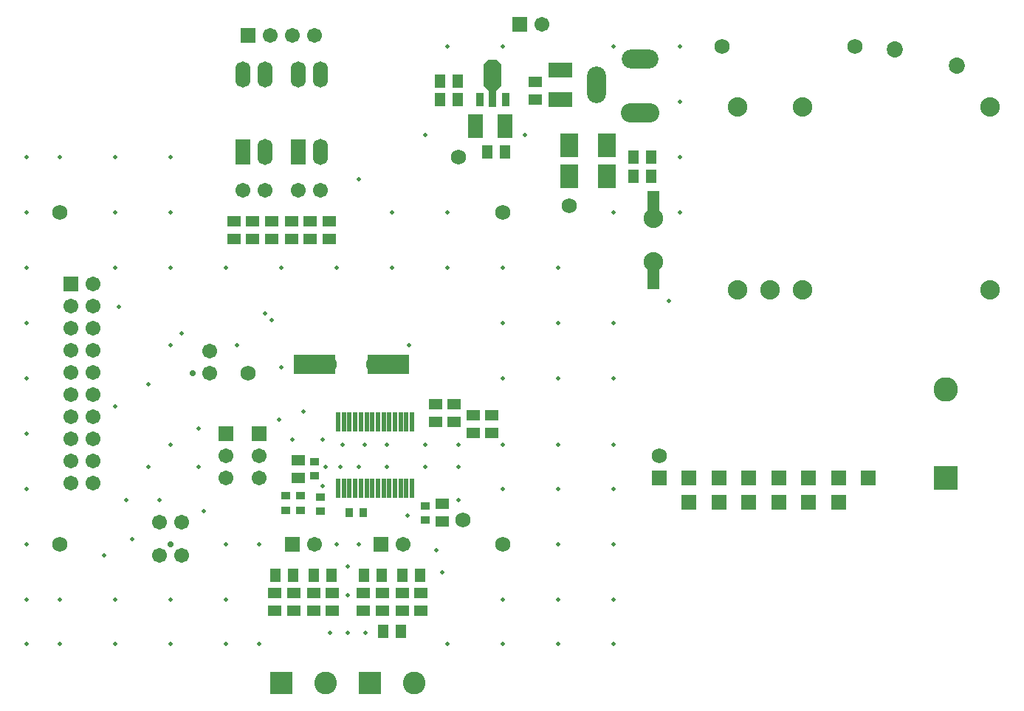
<source format=gts>
%FSLAX25Y25*%
%MOIN*%
G70*
G01*
G75*
G04 Layer_Color=8388736*
%ADD10R,0.04725X0.13779*%
%ADD11R,0.04725X0.13779*%
%ADD12R,0.06000X0.10000*%
%ADD13R,0.03500X0.03000*%
%ADD14R,0.05500X0.04000*%
%ADD15R,0.04000X0.05500*%
%ADD16R,0.06000X0.06000*%
%ADD17R,0.02756X0.05315*%
%ADD18R,0.02756X0.07087*%
G04:AMPARAMS|DCode=19|XSize=74.8mil|YSize=129.92mil|CornerRadius=0mil|HoleSize=0mil|Usage=FLASHONLY|Rotation=0.000|XOffset=0mil|YOffset=0mil|HoleType=Round|Shape=Octagon|*
%AMOCTAGOND19*
4,1,8,-0.01870,0.06496,0.01870,0.06496,0.03740,0.04626,0.03740,-0.04626,0.01870,-0.06496,-0.01870,-0.06496,-0.03740,-0.04626,-0.03740,0.04626,-0.01870,0.06496,0.0*
%
%ADD19OCTAGOND19*%

%ADD20R,0.01496X0.07874*%
%ADD21R,0.01496X0.07874*%
%ADD22O,0.06000X0.11024*%
%ADD23R,0.06000X0.11024*%
%ADD24R,0.17716X0.07874*%
%ADD25R,0.03000X0.03500*%
%ADD26R,0.10000X0.06000*%
%ADD27R,0.07500X0.10000*%
%ADD28C,0.04000*%
%ADD29C,0.01200*%
%ADD30C,0.02500*%
%ADD31C,0.02000*%
%ADD32C,0.01500*%
%ADD33C,0.05000*%
%ADD34C,0.03000*%
%ADD35C,0.08000*%
%ADD36C,0.05906*%
%ADD37R,0.05906X0.05906*%
%ADD38R,0.10236X0.10236*%
%ADD39C,0.10236*%
%ADD40R,0.05906X0.05906*%
%ADD41O,0.07874X0.15748*%
%ADD42O,0.15748X0.07874*%
%ADD43O,0.16535X0.07874*%
%ADD44C,0.06000*%
%ADD45R,0.05906X0.05906*%
%ADD46R,0.09449X0.09449*%
%ADD47C,0.09449*%
%ADD48C,0.06500*%
%ADD49C,0.02000*%
%ADD50R,0.05000X0.06000*%
%ADD51C,0.00100*%
%ADD52C,0.01000*%
%ADD53C,0.00800*%
%ADD54C,0.01600*%
%ADD55C,0.00787*%
%ADD56C,0.00600*%
%ADD57R,0.00400X0.05000*%
%ADD58R,0.05000X0.00400*%
%ADD59R,0.05525X0.14579*%
%ADD60R,0.05525X0.14579*%
%ADD61R,0.06800X0.10800*%
%ADD62R,0.04300X0.03800*%
%ADD63R,0.06300X0.04800*%
%ADD64R,0.04800X0.06300*%
%ADD65R,0.06800X0.06800*%
%ADD66R,0.03556X0.06115*%
%ADD67R,0.03556X0.07887*%
G04:AMPARAMS|DCode=68|XSize=82.8mil|YSize=137.92mil|CornerRadius=0mil|HoleSize=0mil|Usage=FLASHONLY|Rotation=0.000|XOffset=0mil|YOffset=0mil|HoleType=Round|Shape=Octagon|*
%AMOCTAGOND68*
4,1,8,-0.02070,0.06896,0.02070,0.06896,0.04140,0.04826,0.04140,-0.04826,0.02070,-0.06896,-0.02070,-0.06896,-0.04140,-0.04826,-0.04140,0.04826,-0.02070,0.06896,0.0*
%
%ADD68OCTAGOND68*%

%ADD69R,0.02296X0.08674*%
%ADD70R,0.02296X0.08674*%
%ADD71O,0.06800X0.11824*%
%ADD72R,0.06800X0.11824*%
%ADD73R,0.18517X0.08674*%
%ADD74R,0.03800X0.04300*%
%ADD75R,0.10800X0.06800*%
%ADD76R,0.08300X0.10800*%
%ADD77C,0.08800*%
%ADD78C,0.06706*%
%ADD79R,0.06706X0.06706*%
%ADD80R,0.11036X0.11036*%
%ADD81C,0.11036*%
%ADD82R,0.06706X0.06706*%
%ADD83O,0.08674X0.16548*%
%ADD84O,0.16548X0.08674*%
%ADD85O,0.17335X0.08674*%
%ADD86C,0.06800*%
%ADD87R,0.06706X0.06706*%
%ADD88R,0.10249X0.10249*%
%ADD89C,0.10249*%
%ADD90C,0.07300*%
%ADD91C,0.02800*%
D49*
X100000Y-125000D02*
D03*
X300000Y-140000D02*
D03*
X100000Y-275000D02*
D03*
X25000Y-295000D02*
D03*
Y-275000D02*
D03*
X50000Y-295000D02*
D03*
X75000D02*
D03*
X10000D02*
D03*
X100000D02*
D03*
X115000D02*
D03*
X87500Y-215000D02*
D03*
X70000Y-230000D02*
D03*
X55000D02*
D03*
X105000Y-160000D02*
D03*
X10000Y-275000D02*
D03*
Y-250000D02*
D03*
Y-225000D02*
D03*
Y-200000D02*
D03*
Y-175000D02*
D03*
Y-150000D02*
D03*
X143500Y-223500D02*
D03*
X135000Y-190000D02*
D03*
X130000Y-202500D02*
D03*
X75000Y-160000D02*
D03*
Y-275000D02*
D03*
X150000Y-125000D02*
D03*
X125000D02*
D03*
X75000D02*
D03*
Y-100000D02*
D03*
Y-75000D02*
D03*
X200000Y-25000D02*
D03*
X190000Y-65000D02*
D03*
X305000Y-100000D02*
D03*
Y-75000D02*
D03*
Y-50000D02*
D03*
Y-25000D02*
D03*
X235000Y-65000D02*
D03*
X275000Y-25000D02*
D03*
X225000D02*
D03*
X195000Y-252500D02*
D03*
X197500Y-262500D02*
D03*
X200000Y-295000D02*
D03*
X275000D02*
D03*
Y-275000D02*
D03*
Y-250000D02*
D03*
Y-225000D02*
D03*
X225000Y-295000D02*
D03*
Y-275000D02*
D03*
X250000Y-295000D02*
D03*
Y-250000D02*
D03*
Y-225000D02*
D03*
Y-175000D02*
D03*
X225000D02*
D03*
Y-150000D02*
D03*
X250000D02*
D03*
X175000Y-100000D02*
D03*
X160000Y-85000D02*
D03*
X250000Y-125000D02*
D03*
X225000D02*
D03*
X175000D02*
D03*
X200000D02*
D03*
Y-100000D02*
D03*
X50000Y-275000D02*
D03*
X45000Y-255000D02*
D03*
X50000Y-125000D02*
D03*
Y-100000D02*
D03*
Y-75000D02*
D03*
X25000D02*
D03*
X125000Y-170000D02*
D03*
X50000Y-187500D02*
D03*
X10000Y-125000D02*
D03*
X65000Y-215000D02*
D03*
X75000Y-205000D02*
D03*
X87500Y-197500D02*
D03*
X182500Y-160000D02*
D03*
X124000Y-193500D02*
D03*
X115000Y-250000D02*
D03*
X90000Y-235000D02*
D03*
X100000Y-250000D02*
D03*
X163000Y-290000D02*
D03*
X155000D02*
D03*
X147000D02*
D03*
X155000Y-273000D02*
D03*
Y-260000D02*
D03*
X160000Y-250000D02*
D03*
X150000D02*
D03*
X182000Y-237000D02*
D03*
X225000Y-225000D02*
D03*
Y-205000D02*
D03*
X205000Y-230000D02*
D03*
Y-215000D02*
D03*
Y-205000D02*
D03*
X190000Y-215000D02*
D03*
Y-205000D02*
D03*
X143500Y-202500D02*
D03*
X145000Y-215000D02*
D03*
X151500D02*
D03*
X162500Y-205000D02*
D03*
X160000Y-215000D02*
D03*
X172500D02*
D03*
Y-205000D02*
D03*
X152500D02*
D03*
X80000Y-154500D02*
D03*
X51500Y-142500D02*
D03*
X117500Y-145500D02*
D03*
X120500Y-148500D02*
D03*
X10000Y-75000D02*
D03*
Y-100000D02*
D03*
X250000Y-275000D02*
D03*
Y-205000D02*
D03*
X275000D02*
D03*
Y-175000D02*
D03*
Y-150000D02*
D03*
Y-100000D02*
D03*
X57500Y-247500D02*
D03*
X65000Y-177500D02*
D03*
D59*
X293000Y-127264D02*
D03*
D60*
X293000Y-97736D02*
D03*
D61*
X226000Y-61000D02*
D03*
X212500D02*
D03*
D62*
X190000Y-239000D02*
D03*
Y-232500D02*
D03*
X142500Y-235000D02*
D03*
Y-228500D02*
D03*
X140000Y-212500D02*
D03*
Y-219000D02*
D03*
X133500Y-228000D02*
D03*
Y-234500D02*
D03*
X127000Y-228000D02*
D03*
Y-234500D02*
D03*
D63*
X194500Y-186500D02*
D03*
Y-194500D02*
D03*
X129500Y-104000D02*
D03*
Y-112000D02*
D03*
X148000Y-280000D02*
D03*
Y-272000D02*
D03*
X239500Y-49000D02*
D03*
Y-41000D02*
D03*
X132500Y-220000D02*
D03*
Y-212000D02*
D03*
X197500Y-231500D02*
D03*
Y-239500D02*
D03*
X211500Y-199500D02*
D03*
Y-191500D02*
D03*
X170500Y-280000D02*
D03*
Y-272000D02*
D03*
X120500Y-112000D02*
D03*
Y-104000D02*
D03*
X138000Y-112000D02*
D03*
Y-104000D02*
D03*
X139500Y-272000D02*
D03*
Y-280000D02*
D03*
X220000Y-199500D02*
D03*
Y-191500D02*
D03*
X203000Y-186500D02*
D03*
Y-194500D02*
D03*
X162000Y-280000D02*
D03*
Y-272000D02*
D03*
X188000Y-280000D02*
D03*
Y-272000D02*
D03*
X179500Y-280000D02*
D03*
Y-272000D02*
D03*
X112000Y-104000D02*
D03*
Y-112000D02*
D03*
X130500Y-280000D02*
D03*
Y-272000D02*
D03*
X146500Y-112000D02*
D03*
Y-104000D02*
D03*
X122000Y-280000D02*
D03*
Y-272000D02*
D03*
X103500Y-104000D02*
D03*
Y-112000D02*
D03*
D64*
X196500Y-40500D02*
D03*
X204500D02*
D03*
X284000Y-83500D02*
D03*
X292000D02*
D03*
Y-75000D02*
D03*
X284000D02*
D03*
X226000Y-72500D02*
D03*
X218000D02*
D03*
X170250Y-264000D02*
D03*
X162250D02*
D03*
X187750D02*
D03*
X179750D02*
D03*
X122250D02*
D03*
X130250D02*
D03*
X147750D02*
D03*
X139750D02*
D03*
X196500Y-49000D02*
D03*
X204500D02*
D03*
X179000Y-289250D02*
D03*
X171000D02*
D03*
D65*
X309000Y-231000D02*
D03*
X322500D02*
D03*
X309000Y-220000D02*
D03*
X295500D02*
D03*
X376500D02*
D03*
X390000D02*
D03*
X363000Y-231000D02*
D03*
X376500D02*
D03*
X349500Y-220000D02*
D03*
X363000D02*
D03*
X336000Y-231000D02*
D03*
X349500D02*
D03*
X322500Y-220000D02*
D03*
X336000D02*
D03*
D66*
X226311Y-49000D02*
D03*
X214500D02*
D03*
D67*
X220406Y-48114D02*
D03*
D68*
X220406Y-38075D02*
D03*
D69*
X160936Y-224500D02*
D03*
X158377D02*
D03*
X155818D02*
D03*
X171172D02*
D03*
X178850D02*
D03*
X160936Y-194500D02*
D03*
X183968Y-224500D02*
D03*
X153259D02*
D03*
X163495D02*
D03*
X176291D02*
D03*
X173732D02*
D03*
X168613D02*
D03*
X166054D02*
D03*
X171172Y-194500D02*
D03*
X150700D02*
D03*
Y-224500D02*
D03*
X166054Y-194500D02*
D03*
X163495D02*
D03*
X158377D02*
D03*
X155818D02*
D03*
X183968D02*
D03*
X181409D02*
D03*
Y-224500D02*
D03*
X153259Y-194500D02*
D03*
X176291D02*
D03*
D70*
X178850D02*
D03*
X168613D02*
D03*
X173732D02*
D03*
D71*
X132500Y-37500D02*
D03*
X142500Y-72500D02*
D03*
Y-37500D02*
D03*
X117500D02*
D03*
Y-72500D02*
D03*
X107500Y-37500D02*
D03*
D72*
X132500Y-72500D02*
D03*
X107500D02*
D03*
D73*
X139925Y-168500D02*
D03*
X173390D02*
D03*
D74*
X162000Y-235500D02*
D03*
X155500D02*
D03*
D75*
X251000Y-49000D02*
D03*
Y-35500D02*
D03*
D76*
X255000Y-83500D02*
D03*
X272000D02*
D03*
Y-69500D02*
D03*
X255000D02*
D03*
D77*
X445000Y-52323D02*
D03*
X360355Y-52323D02*
D03*
X330827Y-52323D02*
D03*
X330827Y-135000D02*
D03*
X445000Y-135000D02*
D03*
X345591Y-135000D02*
D03*
X360355Y-135000D02*
D03*
X293000Y-122343D02*
D03*
X293000Y-102657D02*
D03*
D78*
X40000Y-222165D02*
D03*
X30000D02*
D03*
X40000Y-212165D02*
D03*
X30000D02*
D03*
X40000Y-202165D02*
D03*
X30000D02*
D03*
X40000Y-192165D02*
D03*
X30000D02*
D03*
X40000Y-182165D02*
D03*
X30000D02*
D03*
X40000Y-172165D02*
D03*
X30000D02*
D03*
X40000Y-162165D02*
D03*
X30000D02*
D03*
X40000Y-152165D02*
D03*
X30000D02*
D03*
X40000Y-142165D02*
D03*
X30000D02*
D03*
X40000Y-132165D02*
D03*
X115000Y-210000D02*
D03*
Y-220000D02*
D03*
X120000Y-20000D02*
D03*
X130000D02*
D03*
X140000D02*
D03*
Y-250000D02*
D03*
X70000Y-240000D02*
D03*
X80000D02*
D03*
X107500Y-90000D02*
D03*
X117500D02*
D03*
X70000Y-255000D02*
D03*
X80000D02*
D03*
X132500Y-90000D02*
D03*
X142500D02*
D03*
X92500Y-162500D02*
D03*
Y-172500D02*
D03*
X180000Y-250000D02*
D03*
X100000Y-220000D02*
D03*
Y-210000D02*
D03*
X242500Y-15000D02*
D03*
D79*
X30000Y-132165D02*
D03*
D80*
X425000Y-220000D02*
D03*
D81*
Y-180000D02*
D03*
D82*
X115000Y-200000D02*
D03*
X100000D02*
D03*
D83*
X267315Y-42339D02*
D03*
D84*
X287000Y-30528D02*
D03*
D85*
Y-54937D02*
D03*
D86*
X146815Y-168500D02*
D03*
X166500D02*
D03*
X225000Y-250000D02*
D03*
X255000Y-97000D02*
D03*
X205000Y-75000D02*
D03*
X25000Y-250000D02*
D03*
X225000Y-100000D02*
D03*
X25000D02*
D03*
X207000Y-239000D02*
D03*
X110000Y-172500D02*
D03*
X295500Y-210000D02*
D03*
X324000Y-25000D02*
D03*
X384000D02*
D03*
D87*
X110000Y-20000D02*
D03*
X130000Y-250000D02*
D03*
X170000D02*
D03*
X232500Y-15000D02*
D03*
D88*
X165000Y-312500D02*
D03*
X125000D02*
D03*
D89*
X185000D02*
D03*
X145000D02*
D03*
D90*
X402000Y-26250D02*
D03*
X430000Y-33750D02*
D03*
D91*
X75000Y-250000D02*
D03*
X85000Y-172500D02*
D03*
M02*

</source>
